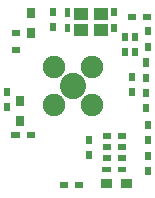
<source format=gtp>
G04 DipTrace 2.4.0.2*
%INSTM32small.gtp*%
%MOIN*%
%ADD26C,0.0875*%
%ADD27C,0.075*%
%ADD36R,0.0472X0.0433*%
%ADD52R,0.0138X0.0039*%
%ADD54R,0.0039X0.0138*%
%ADD56R,0.0276X0.0217*%
%ADD58R,0.0276X0.0197*%
%ADD60R,0.0197X0.0276*%
%ADD62R,0.0315X0.0354*%
%FSLAX44Y44*%
G04*
G70*
G90*
G75*
G01*
%LNTopPaste*%
%LPD*%
G36*
X9304Y7960D2*
X9108D1*
Y8236D1*
X9304D1*
Y7960D1*
G37*
G36*
Y8472D2*
X9108D1*
Y8748D1*
X9304D1*
Y8472D1*
G37*
D62*
X5360Y9587D3*
Y10256D3*
D60*
X6095Y9790D3*
Y10302D3*
D62*
X4998Y7327D3*
Y6657D3*
G36*
X5511Y6274D2*
Y6077D1*
X5236D1*
Y6274D1*
X5511D1*
G37*
G36*
X5000D2*
Y6077D1*
X4724D1*
Y6274D1*
X5000D1*
G37*
G36*
X8738Y4740D2*
Y4425D1*
X8384D1*
Y4740D1*
X8738D1*
G37*
G36*
X8069D2*
Y4425D1*
X7715D1*
Y4740D1*
X8069D1*
G37*
D58*
X8406Y6147D3*
X7894D3*
X8407Y5789D3*
X7895D3*
X8408Y5421D3*
X7896D3*
G36*
X8546Y5137D2*
Y4941D1*
X8270D1*
Y5137D1*
X8546D1*
G37*
G36*
X8034D2*
Y4941D1*
X7758D1*
Y5137D1*
X8034D1*
G37*
D60*
X8496Y9457D3*
Y8945D3*
X8856Y9455D3*
Y8943D3*
X8136Y10274D3*
Y9762D3*
G36*
X6496Y9901D2*
X6693D1*
Y9625D1*
X6496D1*
Y9901D1*
G37*
G36*
Y10413D2*
X6693D1*
Y10137D1*
X6496D1*
Y10413D1*
G37*
D56*
X4888Y9031D3*
Y9582D3*
D58*
X9258Y10108D3*
X8747D3*
D60*
X9263Y9140D3*
Y9652D3*
X9286Y6021D3*
Y6533D3*
X9289Y5495D3*
Y4984D3*
D58*
X6981Y4527D3*
X6469D3*
D60*
X7297Y6040D3*
Y5528D3*
X8740Y7623D3*
Y8135D3*
X4565Y7640D3*
Y7129D3*
X9212Y7091D3*
Y7603D3*
D26*
X6771Y7820D3*
D27*
X7395Y8445D3*
Y7195D3*
X6146Y8445D3*
Y7195D3*
D54*
X7853Y9149D3*
X7656D3*
X7460D3*
X7263D3*
X7066D3*
X6869D3*
X6672D3*
X6475D3*
X6278D3*
X6082D3*
X5885D3*
X5688D3*
D52*
X5442Y8903D3*
Y8706D3*
Y8509D3*
Y8313D3*
Y8116D3*
Y7919D3*
Y7722D3*
Y7525D3*
Y7328D3*
Y7131D3*
Y6935D3*
Y6738D3*
D54*
X5688Y6492D3*
X5885D3*
X6082D3*
X6278D3*
X6475D3*
X6672D3*
X6869D3*
X7066D3*
X7263D3*
X7460D3*
X7656D3*
X7853D3*
D52*
X8099Y6738D3*
Y6935D3*
Y7131D3*
Y7328D3*
Y7525D3*
Y7722D3*
Y7919D3*
Y8116D3*
Y8313D3*
Y8509D3*
Y8706D3*
Y8903D3*
D36*
X7703Y10239D3*
X7033D3*
Y9688D3*
X7703D3*
M02*

</source>
